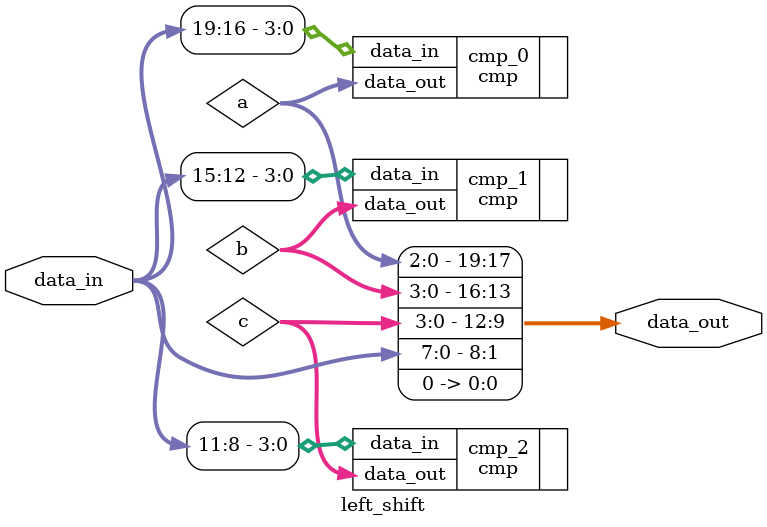
<source format=v>
`timescale 1ns / 1ps


module left_shift (
    input  [19:0] data_in,
    output [19:0] data_out
);
  // wire define
  wire [3:0] a;
  wire [3:0] b;
  wire [3:0] c;

  // main code

  cmp cmp_0 (
      .data_in (data_in[19:16]),
      .data_out(a)
  );

  cmp cmp_1 (
      .data_in (data_in[15:12]),
      .data_out(b)
  );

  cmp cmp_2 (
      .data_in (data_in[11:8]),
      .data_out(c)
  );

  assign data_out = {a[2:0], b, c, data_in[7:0], 1'b0};

endmodule

</source>
